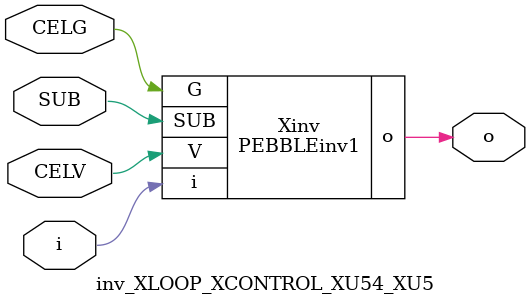
<source format=v>



module PEBBLEinv1 ( o, G, SUB, V, i );

  input V;
  input i;
  input G;
  output o;
  input SUB;
endmodule

//Celera Confidential Do Not Copy inv_XLOOP_XCONTROL_XU54_XU5
//Celera Confidential Symbol Generator
//5V Inverter
module inv_XLOOP_XCONTROL_XU54_XU5 (CELV,CELG,i,o,SUB);
input CELV;
input CELG;
input i;
input SUB;
output o;

//Celera Confidential Do Not Copy inv
PEBBLEinv1 Xinv(
.V (CELV),
.i (i),
.o (o),
.SUB (SUB),
.G (CELG)
);
//,diesize,PEBBLEinv1

//Celera Confidential Do Not Copy Module End
//Celera Schematic Generator
endmodule

</source>
